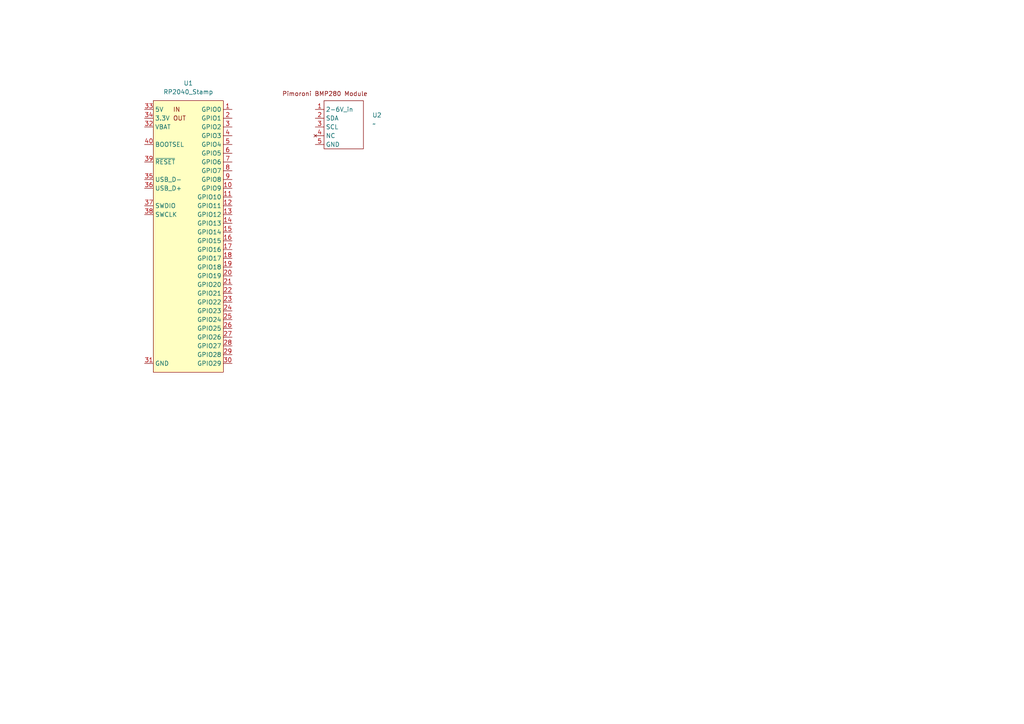
<source format=kicad_sch>
(kicad_sch (version 20250114) (generator "eeschema") (generator_version "9.0")
  (paper "A4")
  (lib_symbols
    (symbol "BMP280:pi_bmp280"
      (property "Reference" "U" (at 0 0 0))
      (symbol "pi_bmp280_0_1"
        (rectangle (start -21.59 50.8) (end -10.16 36.83))
      )
      (symbol "pi_bmp280_1_1"
        (text "Pimoroni BMP280 Module" (at -21.336 52.832 0) (effects (font (size 1.27 1.27))))
        (pin power_in line (at -24.13 48.26 0) (length 2.54) (name "2-6V_in") (number "1"))
        (pin bidirectional line (at -24.13 45.72 0) (length 2.54) (name "SDA") (number "2"))
        (pin bidirectional line (at -24.13 43.18 0) (length 2.54) (name "SCL") (number "3"))
        (pin no_connect line (at -24.13 40.64 0) (length 2.54) (name "NC") (number "4"))
        (pin power_in line (at -24.13 38.1 0) (length 2.54) (name "GND") (number "5"))
      )
    )
    (symbol "RP2xxx_Stamp:RP2040_Stamp"
      (property "Reference" "U" (at 10.16 43.18 0))
      (property "Value" "RP2040_Stamp" (at 0 -38.1 0))
      (symbol "RP2040_Stamp_0_0"
        (text "IN" (at -4.445 39.37 0) (effects (font (size 1.27 1.27)) (justify left)))
        (text "OUT" (at -4.445 36.83 0) (effects (font (size 1.27 1.27)) (justify left)))
        (pin power_in line (at -12.7 39.37 0) (length 2.54) (name "5V") (number "33"))
        (pin power_out line (at -12.7 36.83 0) (length 2.54) (name "3.3V") (number "34"))
        (pin power_in line (at -12.7 34.29 0) (length 2.54) (name "VBAT") (number "32"))
        (pin input line (at -12.7 29.21 0) (length 2.54) (name "BOOTSEL") (number "40"))
        (pin bidirectional line (at -12.7 24.13 0) (length 2.54) (name "~{RESET}") (number "39"))
        (pin bidirectional line (at -12.7 19.05 0) (length 2.54) (name "USB_D-") (number "35"))
        (pin bidirectional line (at -12.7 16.51 0) (length 2.54) (name "USB_D+") (number "36"))
        (pin bidirectional line (at -12.7 11.43 0) (length 2.54) (name "SWDIO") (number "37"))
        (pin input line (at -12.7 8.89 0) (length 2.54) (name "SWCLK") (number "38"))
        (pin power_in line (at -12.7 -34.29 0) (length 2.54) (name "GND") (number "31"))
        (pin bidirectional line (at 12.7 39.37 180) (length 2.54) (name "GPIO0") (number "1"))
        (pin bidirectional line (at 12.7 36.83 180) (length 2.54) (name "GPIO1") (number "2"))
        (pin bidirectional line (at 12.7 34.29 180) (length 2.54) (name "GPIO2") (number "3"))
        (pin bidirectional line (at 12.7 31.75 180) (length 2.54) (name "GPIO3") (number "4"))
        (pin bidirectional line (at 12.7 29.21 180) (length 2.54) (name "GPIO4") (number "5"))
        (pin bidirectional line (at 12.7 26.67 180) (length 2.54) (name "GPIO5") (number "6"))
        (pin bidirectional line (at 12.7 24.13 180) (length 2.54) (name "GPIO6") (number "7"))
        (pin bidirectional line (at 12.7 21.59 180) (length 2.54) (name "GPIO7") (number "8"))
        (pin bidirectional line (at 12.7 19.05 180) (length 2.54) (name "GPIO8") (number "9"))
        (pin bidirectional line (at 12.7 16.51 180) (length 2.54) (name "GPIO9") (number "10"))
        (pin bidirectional line (at 12.7 13.97 180) (length 2.54) (name "GPIO10") (number "11"))
        (pin bidirectional line (at 12.7 11.43 180) (length 2.54) (name "GPIO11") (number "12"))
        (pin bidirectional line (at 12.7 8.89 180) (length 2.54) (name "GPIO12") (number "13"))
        (pin bidirectional line (at 12.7 6.35 180) (length 2.54) (name "GPIO13") (number "14"))
        (pin bidirectional line (at 12.7 3.81 180) (length 2.54) (name "GPIO14") (number "15"))
        (pin bidirectional line (at 12.7 1.27 180) (length 2.54) (name "GPIO15") (number "16"))
        (pin bidirectional line (at 12.7 -1.27 180) (length 2.54) (name "GPIO16") (number "17"))
        (pin bidirectional line (at 12.7 -3.81 180) (length 2.54) (name "GPIO17") (number "18"))
        (pin bidirectional line (at 12.7 -6.35 180) (length 2.54) (name "GPIO18") (number "19"))
        (pin bidirectional line (at 12.7 -8.89 180) (length 2.54) (name "GPIO19") (number "20"))
        (pin bidirectional line (at 12.7 -11.43 180) (length 2.54) (name "GPIO20") (number "21"))
        (pin bidirectional line (at 12.7 -13.97 180) (length 2.54) (name "GPIO21") (number "22"))
        (pin bidirectional line (at 12.7 -16.51 180) (length 2.54) (name "GPIO22") (number "23"))
        (pin bidirectional line (at 12.7 -19.05 180) (length 2.54) (name "GPIO23") (number "24"))
        (pin bidirectional line (at 12.7 -21.59 180) (length 2.54) (name "GPIO24") (number "25"))
        (pin bidirectional line (at 12.7 -24.13 180) (length 2.54) (name "GPIO25") (number "26"))
        (pin bidirectional line (at 12.7 -26.67 180) (length 2.54) (name "GPIO26") (number "27"))
        (pin bidirectional line (at 12.7 -29.21 180) (length 2.54) (name "GPIO27") (number "28"))
        (pin bidirectional line (at 12.7 -31.75 180) (length 2.54) (name "GPIO28") (number "29"))
        (pin bidirectional line (at 12.7 -34.29 180) (length 2.54) (name "GPIO29") (number "30"))
      )
      (symbol "RP2040_Stamp_0_1"
        (rectangle (start -10.16 41.91) (end 10.16 -36.83) (stroke (width 0.1524)) (fill (type background)))
      )
    )
  )
  (symbol (lib_id "BMP280:pi_bmp280") (at 115.57 80.01 0) (unit 1)
    (property "Reference" "U2" (at 107.95 33.3981 0) (effects (justify left)))
    (property "Value" "~" (at 107.95 35.9381 0) (effects (justify left)))
  )
  (symbol (lib_id "RP2xxx_Stamp:RP2040_Stamp") (at 54.61 71.12 0) (unit 1)
    (property "Reference" "U1" (at 54.61 24.13 0))
    (property "Value" "RP2040_Stamp" (at 54.61 26.67 0))
    (property "Footprint" "RP2xxx_Stamp:RP2xxx_Stamp_SMD" (effects (hide yes)))
  )
)
</source>
